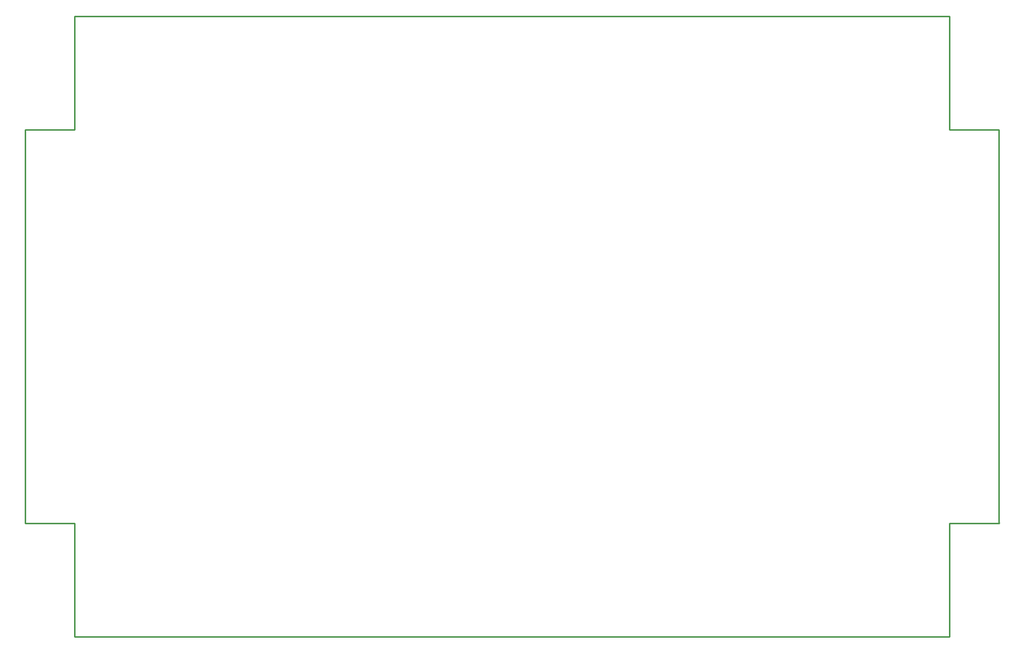
<source format=gbr>
%TF.GenerationSoftware,Altium Limited,Altium Designer,21.6.1 (37)*%
G04 Layer_Color=32768*
%FSLAX43Y43*%
%MOMM*%
%TF.SameCoordinates,2DC9C271-DD38-4FBD-9B37-034AA9505664*%
%TF.FilePolarity,Positive*%
%TF.FileFunction,Other,Board_Outline_(ES)*%
%TF.Part,Single*%
G01*
G75*
%TA.AperFunction,NonConductor*%
%ADD50C,0.254*%
D50*
X8500Y0D02*
Y19500D01*
X0D02*
X8500D01*
X0D02*
Y87000D01*
X8500D01*
Y106500D01*
X158500D01*
Y87000D02*
Y106500D01*
Y87000D02*
X167000D01*
Y19500D02*
Y87000D01*
Y19500D02*
X167025Y19525D01*
X158500Y19500D02*
X167000D01*
X158500Y0D02*
Y19500D01*
X8500Y0D02*
X158500D01*
%TF.MD5,967b593ba57df98a200add9f7eaab002*%
M02*

</source>
